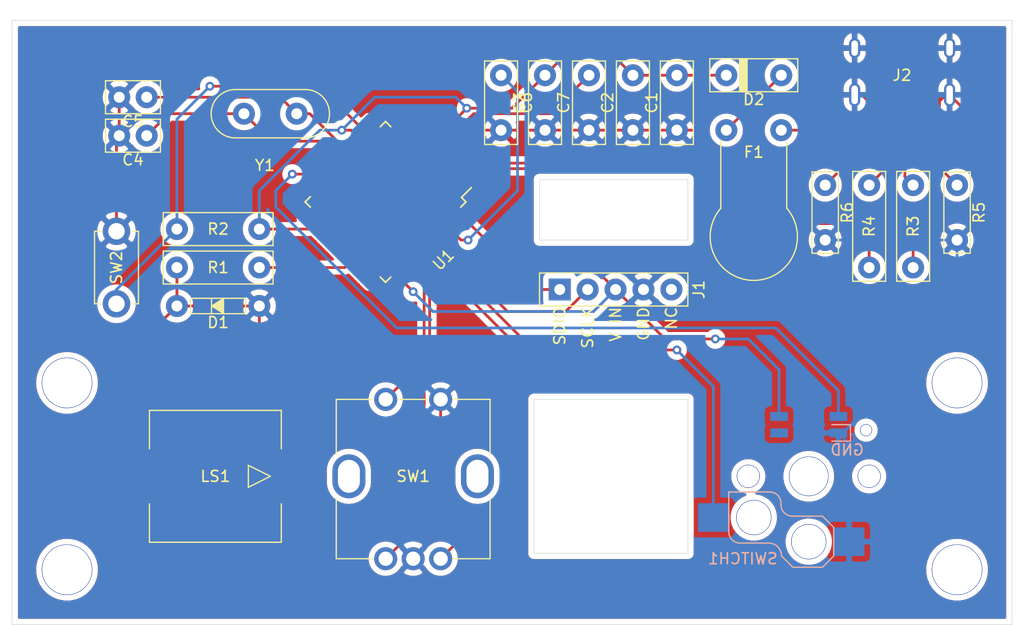
<source format=kicad_pcb>
(kicad_pcb (version 20171130) (host pcbnew "(5.1.6)-1")
  (layers (0 F.Cu signal) (31 B.Cu signal) (34 B.Paste user) (35 F.Paste user) (36 B.SilkS user) (37 F.SilkS user) (38 B.Mask user) (39 F.Mask user) (44 Edge.Cuts user))
  (net 0 "")
  (net 1 VCC)
  (net 2 GND)
  (net 3 XTAL1)
  (net 4 XTAL2)
  (net 5 "Net-(C6-Pad2)")
  (net 6 "Net-(C7-Pad1)")
  (net 7 "Net-(D1-Pad1)")
  (net 8 "Net-(D2-Pad2)")
  (net 9 "Net-(F1-Pad2)")
  (net 10 "Net-(J1-PadNC)")
  (net 11 "Net-(J2-PadA7)")
  (net 12 "Net-(J2-PadB5)")
  (net 13 "Net-(J2-PadA6)")
  (net 14 "Net-(J2-PadA5)")
  (net 15 AUDIO)
  (net 16 RESET)
  (net 17 D+)
  (net 18 D-)
  (net 19 ENCODER_B)
  (net 20 ENCODER_A)
  (net 21 SWITCH_2)
  (net 22 SWITCH_1)
  (net 23 "Net-(SWITCH1-Pad2)")
  (net 24 LED)
  (net 25 "Net-(U1-Pad1)")
  (net 26 "Net-(U1-Pad8)")
  (net 27 "Net-(U1-Pad9)")
  (net 28 "Net-(U1-Pad10)")
  (net 29 "Net-(U1-Pad11)")
  (net 30 "Net-(U1-Pad12)")
  (net 31 "Net-(U1-Pad20)")
  (net 32 "Net-(U1-Pad22)")
  (net 33 "Net-(U1-Pad27)")
  (net 34 "Net-(U1-Pad31)")
  (net 35 "Net-(U1-Pad32)")
  (net 36 "Net-(U1-Pad33)")
  (net 37 SDIO)
  (net 38 SCLK)
  (net 39 "Net-(U1-Pad18)")
  (net 40 "Net-(U1-Pad19)")
  (net 41 "Net-(U1-Pad25)")
  (net 42 "Net-(U1-Pad26)")
  (net 43 "Net-(U1-Pad28)")
  (net 44 "Net-(U1-Pad29)")
  (module tres:hole_m2_spacer (layer F.Cu) (at 89 103)
    (fp_text reference REF** hide)
    (fp_text value hole_m2_spacer)
    (pad "" np_thru_hole circle (at 0 0) (size 4.6 4.6) (drill 4.5) (layers *.Cu *.Mask))
  )
  (module tres:hole_m2_spacer (layer F.Cu) (at 89 120)
    (fp_text reference REF** hide)
    (fp_text value hole_m2_spacer)
    (pad "" np_thru_hole circle (at 0 0) (size 4.6 4.6) (drill 4.5) (layers *.Cu *.Mask))
  )
  (module tres:hole_m2_spacer (layer F.Cu) (at 170 120)
    (fp_text reference REF** hide)
    (fp_text value hole_m2_spacer)
    (pad "" np_thru_hole circle (at 0 0) (size 4.6 4.6) (drill 4.5) (layers *.Cu *.Mask))
  )
  (module tres:hole_m2_spacer (layer F.Cu) (at 170 103)
    (fp_text reference REF** hide)
    (fp_text value hole_m2_spacer)
    (pad "" np_thru_hole circle (at 0 0) (size 4.6 4.6) (drill 4.5) (layers *.Cu *.Mask))
  )
  (module tres:kailh_choc_socket_w_sk6812mini-e_A (layer B.Cu) (at 156.5 111.5 180)
    (fp_text reference SWITCH1 (at 6 -7.5) (layer B.SilkS) (effects (justify mirror)))
    (fp_text value SW_SK6812MINI_E)
    (fp_line (start -3.8 3.2) (end -2.1 3.2) (layer B.SilkS) (width 0.12))
    (fp_line (start -3.8 4.7) (end -3.8 3.2) (layer B.SilkS) (width 0.12))
    (fp_line (start -2.1 4.7) (end -3.8 4.7) (layer B.SilkS) (width 0.12))
    (fp_line (start 7.275 -1.425) (end 3.55 -1.425) (layer B.SilkS) (width 0.12))
    (fp_line (start -2.275 -4.65) (end -2.275 -7.25) (layer B.SilkS) (width 0.12))
    (fp_line (start -1.25 -8.275) (end 1.45 -8.275) (layer B.SilkS) (width 0.12))
    (fp_line (start -1.25 -3.625) (end 1.5 -3.625) (layer B.SilkS) (width 0.12))
    (fp_line (start 7.275 -1.425) (end 7.275 -5.05) (layer B.SilkS) (width 0.12))
    (fp_line (start 6.25 -6.075) (end 3.65 -6.075) (layer B.SilkS) (width 0.12))
    (fp_line (start -1.25 -3.625) (end -2.275 -4.65) (layer B.SilkS) (width 0.12))
    (fp_line (start -1.25 -8.275) (end -2.275 -7.25) (layer B.SilkS) (width 0.12))
    (fp_line (start 2.525 -2.45) (end 2.525 -2.6) (layer B.SilkS) (width 0.12))
    (fp_line (start 1.45 -8.275) (end 2.475 -7.25) (layer B.SilkS) (width 0.12))
    (fp_text user GND (at -3.5 2.4) (layer B.SilkS) (effects (justify mirror)))
    (fp_arc (start 3.55 -2.45) (end 3.55 -1.425) (angle 90) (layer B.SilkS) (width 0.12))
    (fp_arc (start 1.5 -2.6) (end 1.5 -3.625) (angle 90) (layer B.SilkS) (width 0.12))
    (fp_arc (start 3.65 -7.25) (end 3.65 -6.075) (angle 90) (layer B.SilkS) (width 0.12))
    (fp_arc (start 6.25 -5.05) (end 6.25 -6.075) (angle 90) (layer B.SilkS) (width 0.12))
    (pad 4 smd rect (at -2.7 5.45) (size 1.6 0.82) (layers B.Cu B.Paste B.Mask) (net 24 LED))
    (pad 3 smd rect (at -2.7 3.95) (size 1.6 0.82) (layers B.Cu B.Paste B.Mask) (net 2 GND))
    (pad 2 smd rect (at 2.7 3.95) (size 1.6 0.82) (layers B.Cu B.Paste B.Mask) (net 23 "Net-(SWITCH1-Pad2)"))
    (pad 1 smd rect (at 2.7 5.45) (size 1.6 0.82) (layers B.Cu B.Paste B.Mask) (net 1 VCC))
    (pad 6 smd rect (at 8.675 -3.75 180) (size 2.8 2.6) (layers B.Cu B.Paste B.Mask) (net 22 SWITCH_1))
    (pad 5 smd rect (at -3.675 -5.95 180) (size 2.8 2.6) (layers B.Cu B.Paste B.Mask) (net 2 GND))
    (pad "" np_thru_hole circle (at -5.22 4.2 180) (size 1.1 1.1) (drill 1) (layers *.Cu *.Mask))
    (pad "" np_thru_hole circle (at 0 0 180) (size 3.6 3.6) (drill 3.5) (layers *.Cu *.Mask))
    (pad "" np_thru_hole circle (at 5.5 0 180) (size 2.1 2.1) (drill 2) (layers *.Cu *.Mask))
    (pad "" np_thru_hole circle (at -5.5 0 180) (size 2.1 2.1) (drill 2) (layers *.Cu *.Mask))
    (pad "" np_thru_hole circle (at 0 -5.95 180) (size 3.2 3.2) (drill 3.1) (layers *.Cu *.Mask))
    (pad "" np_thru_hole circle (at 5 -3.75 180) (size 3.2 3.2) (drill 3.1) (layers *.Cu *.Mask))
  )
  (module tres:capacitor_th_5.0mm (layer F.Cu) (at 144.5 77.5 90)
    (fp_text reference C1 (at 0 -2.3 90) (layer F.SilkS))
    (fp_text value 10uF)
    (fp_line (start -3.8 1.5) (end -3.8 -1.5) (layer F.SilkS) (width 0.12))
    (fp_line (start 3.8 1.5) (end -3.8 1.5) (layer F.SilkS) (width 0.12))
    (fp_line (start 3.8 -1.5) (end 3.8 1.5) (layer F.SilkS) (width 0.12))
    (fp_line (start -3.8 -1.5) (end 3.8 -1.5) (layer F.SilkS) (width 0.12))
    (pad 1 thru_hole circle (at 2.5 0 90) (size 2 2) (drill 1) (layers *.Cu *.Mask) (net 1 VCC))
    (pad 2 thru_hole circle (at -2.5 0 90) (size 2 2) (drill 1) (layers *.Cu *.Mask) (net 2 GND))
  )
  (module tres:capacitor_th_5.0mm (layer F.Cu) (at 140.5 77.5 90)
    (fp_text reference C2 (at 0 -2.3 90) (layer F.SilkS))
    (fp_text value 1uF)
    (fp_line (start -3.8 1.5) (end -3.8 -1.5) (layer F.SilkS) (width 0.12))
    (fp_line (start 3.8 1.5) (end -3.8 1.5) (layer F.SilkS) (width 0.12))
    (fp_line (start 3.8 -1.5) (end 3.8 1.5) (layer F.SilkS) (width 0.12))
    (fp_line (start -3.8 -1.5) (end 3.8 -1.5) (layer F.SilkS) (width 0.12))
    (pad 1 thru_hole circle (at 2.5 0 90) (size 2 2) (drill 1) (layers *.Cu *.Mask) (net 1 VCC))
    (pad 2 thru_hole circle (at -2.5 0 90) (size 2 2) (drill 1) (layers *.Cu *.Mask) (net 2 GND))
  )
  (module tres:capacitor_th_5.0mm (layer F.Cu) (at 132.5 77.5 90)
    (fp_text reference C3 (at 0 -2.3 90) (layer F.SilkS))
    (fp_text value 0.1uF)
    (fp_line (start -3.8 -1.5) (end 3.8 -1.5) (layer F.SilkS) (width 0.12))
    (fp_line (start 3.8 -1.5) (end 3.8 1.5) (layer F.SilkS) (width 0.12))
    (fp_line (start 3.8 1.5) (end -3.8 1.5) (layer F.SilkS) (width 0.12))
    (fp_line (start -3.8 1.5) (end -3.8 -1.5) (layer F.SilkS) (width 0.12))
    (pad 2 thru_hole circle (at -2.5 0 90) (size 2 2) (drill 1) (layers *.Cu *.Mask) (net 2 GND))
    (pad 1 thru_hole circle (at 2.5 0 90) (size 2 2) (drill 1) (layers *.Cu *.Mask) (net 1 VCC))
  )
  (module tres:capacitor_th_2.5mm (layer F.Cu) (at 95 80.5 180)
    (fp_text reference C4 (at 0 -2.2) (layer F.SilkS))
    (fp_text value 22p)
    (fp_line (start -2.5 -1.5) (end -2.5 1.5) (layer F.SilkS) (width 0.12))
    (fp_line (start -2.5 1.5) (end 2.5 1.5) (layer F.SilkS) (width 0.12))
    (fp_line (start 2.5 1.5) (end 2.5 -1.5) (layer F.SilkS) (width 0.12))
    (fp_line (start 2.5 -1.5) (end -2.5 -1.5) (layer F.SilkS) (width 0.12))
    (pad 2 thru_hole circle (at -1.25 0 180) (size 2 2) (drill 1) (layers *.Cu *.Mask) (net 3 XTAL1))
    (pad 1 thru_hole circle (at 1.25 0 180) (size 2 2) (drill 1) (layers *.Cu *.Mask) (net 2 GND))
  )
  (module tres:capacitor_th_2.5mm (layer F.Cu) (at 95 77 180)
    (fp_text reference C5 (at 0 -2.2) (layer F.SilkS))
    (fp_text value 22p)
    (fp_line (start 2.5 -1.5) (end -2.5 -1.5) (layer F.SilkS) (width 0.12))
    (fp_line (start 2.5 1.5) (end 2.5 -1.5) (layer F.SilkS) (width 0.12))
    (fp_line (start -2.5 1.5) (end 2.5 1.5) (layer F.SilkS) (width 0.12))
    (fp_line (start -2.5 -1.5) (end -2.5 1.5) (layer F.SilkS) (width 0.12))
    (pad 1 thru_hole circle (at 1.25 0 180) (size 2 2) (drill 1) (layers *.Cu *.Mask) (net 2 GND))
    (pad 2 thru_hole circle (at -1.25 0 180) (size 2 2) (drill 1) (layers *.Cu *.Mask) (net 4 XTAL2))
  )
  (module tres:capacitor_th_5.0mm (layer F.Cu) (at 128.5 77.5 270)
    (fp_text reference C6 (at 0 -2.3 90) (layer F.SilkS))
    (fp_text value 0.1uF)
    (fp_line (start -3.8 -1.5) (end 3.8 -1.5) (layer F.SilkS) (width 0.12))
    (fp_line (start 3.8 -1.5) (end 3.8 1.5) (layer F.SilkS) (width 0.12))
    (fp_line (start 3.8 1.5) (end -3.8 1.5) (layer F.SilkS) (width 0.12))
    (fp_line (start -3.8 1.5) (end -3.8 -1.5) (layer F.SilkS) (width 0.12))
    (pad 2 thru_hole circle (at -2.5 0 270) (size 2 2) (drill 1) (layers *.Cu *.Mask) (net 5 "Net-(C6-Pad2)"))
    (pad 1 thru_hole circle (at 2.5 0 270) (size 2 2) (drill 1) (layers *.Cu *.Mask) (net 2 GND))
  )
  (module tres:capacitor_th_5.0mm (layer F.Cu) (at 136.5 77.5 90)
    (fp_text reference C7 (at 0 -2.3 90) (layer F.SilkS))
    (fp_text value 1uF)
    (fp_line (start -3.8 1.5) (end -3.8 -1.5) (layer F.SilkS) (width 0.12))
    (fp_line (start 3.8 1.5) (end -3.8 1.5) (layer F.SilkS) (width 0.12))
    (fp_line (start 3.8 -1.5) (end 3.8 1.5) (layer F.SilkS) (width 0.12))
    (fp_line (start -3.8 -1.5) (end 3.8 -1.5) (layer F.SilkS) (width 0.12))
    (pad 1 thru_hole circle (at 2.5 0 90) (size 2 2) (drill 1) (layers *.Cu *.Mask) (net 6 "Net-(C7-Pad1)"))
    (pad 2 thru_hole circle (at -2.5 0 90) (size 2 2) (drill 1) (layers *.Cu *.Mask) (net 2 GND))
  )
  (module tres:D_1N4148W_SMD_SH (layer F.Cu) (at 102.75 96 180)
    (fp_text reference D1 (at 0 -1.5) (layer F.SilkS))
    (fp_text value D)
    (fp_line (start -2.5 -0.7) (end 2.5 -0.7) (layer F.SilkS) (width 0.12))
    (fp_line (start -2.5 0.7) (end -2.5 -0.7) (layer F.SilkS) (width 0.12))
    (fp_line (start 2.5 0.7) (end -2.5 0.7) (layer F.SilkS) (width 0.12))
    (fp_line (start 2.5 -0.7) (end 2.5 0.7) (layer F.SilkS) (width 0.12))
    (fp_line (start 0.6 -0.7) (end 0.6 0.7) (layer F.SilkS) (width 0.12))
    (fp_poly (pts (xy 0.6 0) (xy -0.5 0.7) (xy -0.5 -0.7)) (layer F.SilkS) (width 0.1))
    (pad 2 thru_hole circle (at -3.75 0 180) (size 2 2) (drill 1) (layers *.Cu *.Mask) (net 2 GND))
    (pad 1 thru_hole circle (at 3.75 0 180) (size 2 2) (drill 1) (layers *.Cu *.Mask) (net 7 "Net-(D1-Pad1)"))
    (pad 2 smd rect (at -1.7 0 180) (size 1.2 1) (layers F.Cu F.Paste F.Mask) (net 2 GND))
    (pad 1 smd rect (at 1.7 0 180) (size 1.2 1) (layers F.Cu F.Paste F.Mask) (net 7 "Net-(D1-Pad1)"))
  )
  (module tres:schottky_barrier_diode (layer F.Cu) (at 151.5 75 180)
    (fp_text reference D2 (at 0 -2.2) (layer F.SilkS))
    (fp_text value RB161MM20)
    (fp_poly (pts (xy 1.3 1.5) (xy 0.6 1.5) (xy 0.6 -1.5) (xy 1.3 -1.5)) (layer F.SilkS) (width 0.1))
    (fp_line (start -4 -1.5) (end -4 1.5) (layer F.SilkS) (width 0.12))
    (fp_line (start -4 1.5) (end 4 1.5) (layer F.SilkS) (width 0.12))
    (fp_line (start 4 1.5) (end 4 -1.5) (layer F.SilkS) (width 0.12))
    (fp_line (start 4 -1.5) (end -4 -1.5) (layer F.SilkS) (width 0.12))
    (pad 1 thru_hole circle (at 2.5 0 180) (size 2 2) (drill 1) (layers *.Cu *.Mask) (net 1 VCC))
    (pad 2 thru_hole circle (at -2.5 0 180) (size 2 2) (drill 1) (layers *.Cu *.Mask) (net 8 "Net-(D2-Pad2)"))
  )
  (module tres:resettable_fuse_RXEF050 (layer F.Cu) (at 151.5 80 180)
    (fp_text reference F1 (at 0 -2) (layer F.SilkS))
    (fp_text value 500mA)
    (fp_line (start 3 -1) (end 3 -7.1) (layer F.SilkS) (width 0.12))
    (fp_line (start -3 -1) (end -2.999999 -7.100001) (layer F.SilkS) (width 0.12))
    (fp_arc (start 0 -9.7) (end 2.999999 -7.100001) (angle -261.8287664) (layer F.SilkS) (width 0.12))
    (pad 1 thru_hole circle (at 2.5 0 180) (size 2 2) (drill 1) (layers *.Cu *.Mask) (net 8 "Net-(D2-Pad2)"))
    (pad 2 thru_hole circle (at -2.5 0 180) (size 2 2) (drill 1) (layers *.Cu *.Mask) (net 9 "Net-(F1-Pad2)"))
  )
  (module tres:U2CF8PA_usb_type_c_receptacle (layer F.Cu) (at 165 70 180)
    (fp_text reference J2 (at 0.01 -5) (layer F.SilkS))
    (fp_text value USB_C_Receptacle_USB2.0)
    (pad A7 smd rect (at 0.25 -7.41 180) (size 0.35 0.94) (layers F.Cu F.Paste F.Mask) (net 11 "Net-(J2-PadA7)"))
    (pad B5 smd rect (at 1.75 -7.41 180) (size 0.35 0.94) (layers F.Cu F.Paste F.Mask) (net 12 "Net-(J2-PadB5)"))
    (pad A9 smd rect (at 2.25 -7.41 180) (size 0.35 0.94) (layers F.Cu F.Paste F.Mask) (net 9 "Net-(F1-Pad2)"))
    (pad A12 smd rect (at 3.05 -7.41 180) (size 0.35 0.94) (layers F.Cu F.Paste F.Mask) (net 2 GND))
    (pad S1 thru_hole oval (at 4.32 -2.53 180) (size 1 1.8) (drill oval 0.6 1.4) (layers *.Cu *.Mask) (net 2 GND))
    (pad S1 thru_hole oval (at 4.32 -6.78 180) (size 1 2.1) (drill oval 0.6 1.7) (layers *.Cu *.Mask) (net 2 GND))
    (pad A6 smd rect (at -0.25 -7.41 180) (size 0.35 0.94) (layers F.Cu F.Paste F.Mask) (net 13 "Net-(J2-PadA6)"))
    (pad A5 smd rect (at -1.25 -7.41 180) (size 0.35 0.94) (layers F.Cu F.Paste F.Mask) (net 14 "Net-(J2-PadA5)"))
    (pad B9 smd rect (at -2.55 -7.41 180) (size 0.35 0.94) (layers F.Cu F.Paste F.Mask) (net 9 "Net-(F1-Pad2)"))
    (pad B12 smd rect (at -3.35 -7.41 180) (size 0.35 0.94) (layers F.Cu F.Paste F.Mask) (net 2 GND))
    (pad S1 thru_hole oval (at -4.32 -6.78 180) (size 1 2.1) (drill oval 0.6 1.7) (layers *.Cu *.Mask) (net 2 GND))
    (pad S1 thru_hole oval (at -4.32 -2.53 180) (size 1 1.8) (drill oval 0.6 1.4) (layers *.Cu *.Mask) (net 2 GND))
  )
  (module tres:Speaker_PKLCS1212E4001-R1 (layer F.Cu) (at 102.5 111.5)
    (fp_text reference LS1 (at 0 0) (layer F.SilkS))
    (fp_text value Speaker)
    (fp_line (start -6 6) (end -6 2.5) (layer F.SilkS) (width 0.12))
    (fp_line (start 6 6) (end -6 6) (layer F.SilkS) (width 0.12))
    (fp_line (start 6 2.5) (end 6 6) (layer F.SilkS) (width 0.12))
    (fp_line (start 6 -6) (end 6 -2.5) (layer F.SilkS) (width 0.12))
    (fp_line (start -6 -6) (end 6 -6) (layer F.SilkS) (width 0.12))
    (fp_line (start -6 -2.5) (end -6 -6) (layer F.SilkS) (width 0.12))
    (fp_line (start 3 -1) (end 3 1) (layer F.SilkS) (width 0.12))
    (fp_line (start 3 1) (end 5 0) (layer F.SilkS) (width 0.12))
    (fp_line (start 5 0) (end 3 -1) (layer F.SilkS) (width 0.12))
    (pad 1 smd rect (at 6.5 0) (size 1.5 4) (layers F.Cu F.Paste F.Mask) (net 2 GND))
    (pad 2 smd rect (at -6.5 0) (size 1.5 4) (layers F.Cu F.Paste F.Mask) (net 7 "Net-(D1-Pad1)"))
  )
  (module tres:resister_th_7.5mm (layer F.Cu) (at 102.75 92.5)
    (fp_text reference R1 (at 0 0) (layer F.SilkS))
    (fp_text value 1k)
    (fp_line (start -5 1.5) (end 5 1.5) (layer F.SilkS) (width 0.12))
    (fp_line (start -5 -1.5) (end 5 -1.5) (layer F.SilkS) (width 0.12))
    (fp_line (start -5 -1.5) (end -5 1.5) (layer F.SilkS) (width 0.12))
    (fp_line (start 5 -1.5) (end 5 1.5) (layer F.SilkS) (width 0.12))
    (pad 2 thru_hole circle (at -3.75 0) (size 2 2) (drill 1) (layers *.Cu *.Mask) (net 7 "Net-(D1-Pad1)"))
    (pad 1 thru_hole circle (at 3.75 0) (size 2 2) (drill 1) (layers *.Cu *.Mask) (net 15 AUDIO))
  )
  (module tres:resister_th_7.5mm (layer F.Cu) (at 102.75 89)
    (fp_text reference R2 (at 0 0) (layer F.SilkS))
    (fp_text value 10k)
    (fp_line (start 5 -1.5) (end 5 1.5) (layer F.SilkS) (width 0.12))
    (fp_line (start -5 -1.5) (end -5 1.5) (layer F.SilkS) (width 0.12))
    (fp_line (start -5 -1.5) (end 5 -1.5) (layer F.SilkS) (width 0.12))
    (fp_line (start -5 1.5) (end 5 1.5) (layer F.SilkS) (width 0.12))
    (pad 1 thru_hole circle (at 3.75 0) (size 2 2) (drill 1) (layers *.Cu *.Mask) (net 1 VCC))
    (pad 2 thru_hole circle (at -3.75 0) (size 2 2) (drill 1) (layers *.Cu *.Mask) (net 16 RESET))
  )
  (module tres:resister_th_7.5mm (layer F.Cu) (at 166 88.75 270)
    (fp_text reference R3 (at 0 0 90) (layer F.SilkS))
    (fp_text value 22)
    (fp_line (start 5 -1.5) (end 5 1.5) (layer F.SilkS) (width 0.12))
    (fp_line (start -5 -1.5) (end -5 1.5) (layer F.SilkS) (width 0.12))
    (fp_line (start -5 -1.5) (end 5 -1.5) (layer F.SilkS) (width 0.12))
    (fp_line (start -5 1.5) (end 5 1.5) (layer F.SilkS) (width 0.12))
    (pad 1 thru_hole circle (at 3.75 0 270) (size 2 2) (drill 1) (layers *.Cu *.Mask) (net 17 D+))
    (pad 2 thru_hole circle (at -3.75 0 270) (size 2 2) (drill 1) (layers *.Cu *.Mask) (net 13 "Net-(J2-PadA6)"))
  )
  (module tres:resister_th_7.5mm (layer F.Cu) (at 162 88.75 90)
    (fp_text reference R4 (at 0 0 90) (layer F.SilkS))
    (fp_text value 22)
    (fp_line (start -5 1.5) (end 5 1.5) (layer F.SilkS) (width 0.12))
    (fp_line (start -5 -1.5) (end 5 -1.5) (layer F.SilkS) (width 0.12))
    (fp_line (start -5 -1.5) (end -5 1.5) (layer F.SilkS) (width 0.12))
    (fp_line (start 5 -1.5) (end 5 1.5) (layer F.SilkS) (width 0.12))
    (pad 2 thru_hole circle (at -3.75 0 90) (size 2 2) (drill 1) (layers *.Cu *.Mask) (net 18 D-))
    (pad 1 thru_hole circle (at 3.75 0 90) (size 2 2) (drill 1) (layers *.Cu *.Mask) (net 11 "Net-(J2-PadA7)"))
  )
  (module tres:resister_th_5.0mm (layer F.Cu) (at 170 87.5 270)
    (fp_text reference R5 (at 0 -2 90) (layer F.SilkS))
    (fp_text value 5.1k)
    (fp_line (start -3.7 -1.2) (end 3.7 -1.2) (layer F.SilkS) (width 0.12))
    (fp_line (start 3.7 -1.2) (end 3.7 1.2) (layer F.SilkS) (width 0.12))
    (fp_line (start 3.7 1.2) (end -3.7 1.2) (layer F.SilkS) (width 0.12))
    (fp_line (start -3.7 1.2) (end -3.7 -1.2) (layer F.SilkS) (width 0.12))
    (pad 2 thru_hole circle (at -2.5 0 270) (size 2 2) (drill 1) (layers *.Cu *.Mask) (net 14 "Net-(J2-PadA5)"))
    (pad 1 thru_hole circle (at 2.5 0 270) (size 2 2) (drill 1) (layers *.Cu *.Mask) (net 2 GND))
  )
  (module tres:resister_th_5.0mm (layer F.Cu) (at 158 87.5 270)
    (fp_text reference R6 (at 0 -2 90) (layer F.SilkS))
    (fp_text value 5.1k)
    (fp_line (start -3.7 1.2) (end -3.7 -1.2) (layer F.SilkS) (width 0.12))
    (fp_line (start 3.7 1.2) (end -3.7 1.2) (layer F.SilkS) (width 0.12))
    (fp_line (start 3.7 -1.2) (end 3.7 1.2) (layer F.SilkS) (width 0.12))
    (fp_line (start -3.7 -1.2) (end 3.7 -1.2) (layer F.SilkS) (width 0.12))
    (pad 1 thru_hole circle (at 2.5 0 270) (size 2 2) (drill 1) (layers *.Cu *.Mask) (net 2 GND))
    (pad 2 thru_hole circle (at -2.5 0 270) (size 2 2) (drill 1) (layers *.Cu *.Mask) (net 12 "Net-(J2-PadB5)"))
  )
  (module tres:Rotary_encoder_EC12 (layer F.Cu) (at 120.5 111.5)
    (fp_text reference SW1 (at 0 0) (layer F.SilkS))
    (fp_text value Rotary_Encoder_Switch)
    (fp_line (start -7 7.5) (end -3.7 7.5) (layer F.SilkS) (width 0.12))
    (fp_line (start -7 2) (end -7 7.5) (layer F.SilkS) (width 0.12))
    (fp_line (start 7 7.5) (end 3.7 7.5) (layer F.SilkS) (width 0.12))
    (fp_line (start 7 2) (end 7 7.5) (layer F.SilkS) (width 0.12))
    (fp_line (start 7 -7) (end 7 -2) (layer F.SilkS) (width 0.12))
    (fp_line (start 3.7 -7) (end 7 -7) (layer F.SilkS) (width 0.12))
    (fp_line (start -1.3 -7) (end 1.3 -7) (layer F.SilkS) (width 0.12))
    (fp_line (start -7 -7) (end -7 -2) (layer F.SilkS) (width 0.12))
    (fp_line (start -3.7 -7) (end -7 -7) (layer F.SilkS) (width 0.12))
    (pad C thru_hole circle (at 0 7.5) (size 2.1 2.1) (drill 1.3) (layers *.Cu *.Mask) (net 2 GND))
    (pad B thru_hole circle (at 2.5 7.5) (size 2.1 2.1) (drill 1.3) (layers *.Cu *.Mask) (net 19 ENCODER_B))
    (pad A thru_hole circle (at -2.5 7.5) (size 2.1 2.1) (drill 1.3) (layers *.Cu *.Mask) (net 20 ENCODER_A))
    (pad S2 thru_hole circle (at 2.5 -7) (size 2.1 2.1) (drill 1.3) (layers *.Cu *.Mask) (net 2 GND))
    (pad S1 thru_hole circle (at -2.5 -7) (size 2.1 2.1) (drill 1.3) (layers *.Cu *.Mask) (net 21 SWITCH_2))
    (pad "" thru_hole oval (at 5.85 0) (size 3 4) (drill oval 2 3) (layers *.Cu *.Mask))
    (pad "" thru_hole oval (at -5.85 0) (size 3 4) (drill oval 2 3) (layers *.Cu *.Mask))
  )
  (module tres:tact_sw_TVBP06-BN043CB-B (layer F.Cu) (at 93.5 92.5 90)
    (fp_text reference SW2 (at 0 0 90) (layer F.SilkS))
    (fp_text value SW_Push)
    (fp_line (start 3.3 -2) (end -3.3 -2) (layer F.SilkS) (width 0.12))
    (fp_line (start 3.3 2) (end -3.3 2) (layer F.SilkS) (width 0.12))
    (fp_line (start 3.3 -2) (end 3.3 -1.4) (layer F.SilkS) (width 0.12))
    (fp_line (start 3.3 2) (end 3.3 1.5) (layer F.SilkS) (width 0.12))
    (fp_line (start -3.3 2) (end -3.3 1.5) (layer F.SilkS) (width 0.12))
    (fp_line (start -3.3 -2) (end -3.3 -1.5) (layer F.SilkS) (width 0.12))
    (pad 1 thru_hole circle (at 3.3 0 90) (size 2.5 2.5) (drill 1.5) (layers *.Cu *.Mask) (net 2 GND))
    (pad 2 thru_hole circle (at -3.3 0 90) (size 2.5 2.5) (drill 1.5) (layers *.Cu *.Mask) (net 16 RESET))
  )
  (module Package_QFP:TQFP-44_10x10mm_P0.8mm (layer F.Cu) (at 117.985046 86.526295 225)
    (fp_text reference U1 (at 0 -7.45 45) (layer F.SilkS))
    (fp_text value ATmega32U4-AU)
    (fp_line (start -5.175 -5.175) (end -5.175 -4.6) (layer F.SilkS) (width 0.15))
    (fp_line (start 5.175 -5.175) (end 5.175 -4.5) (layer F.SilkS) (width 0.15))
    (fp_line (start 5.175 5.175) (end 5.175 4.5) (layer F.SilkS) (width 0.15))
    (fp_line (start -5.175 5.175) (end -5.175 4.5) (layer F.SilkS) (width 0.15))
    (fp_line (start -5.175 -5.175) (end -4.5 -5.175) (layer F.SilkS) (width 0.15))
    (fp_line (start -5.175 5.175) (end -4.5 5.175) (layer F.SilkS) (width 0.15))
    (fp_line (start 5.175 5.175) (end 4.5 5.175) (layer F.SilkS) (width 0.15))
    (fp_line (start 5.175 -5.175) (end 4.5 -5.175) (layer F.SilkS) (width 0.15))
    (fp_line (start -5.175 -4.6) (end -6.45 -4.6) (layer F.SilkS) (width 0.15))
    (pad 1 smd rect (at -5.7 -4 225) (size 1.5 0.55) (layers F.Cu F.Paste F.Mask) (net 25 "Net-(U1-Pad1)"))
    (pad 2 smd rect (at -5.7 -3.2 225) (size 1.5 0.55) (layers F.Cu F.Paste F.Mask) (net 1 VCC))
    (pad 3 smd rect (at -5.7 -2.4 225) (size 1.5 0.55) (layers F.Cu F.Paste F.Mask) (net 18 D-))
    (pad 4 smd rect (at -5.7 -1.6 225) (size 1.5 0.55) (layers F.Cu F.Paste F.Mask) (net 17 D+))
    (pad 5 smd rect (at -5.7 -0.8 225) (size 1.5 0.55) (layers F.Cu F.Paste F.Mask) (net 2 GND))
    (pad 6 smd rect (at -5.7 0 225) (size 1.5 0.55) (layers F.Cu F.Paste F.Mask) (net 6 "Net-(C7-Pad1)"))
    (pad 7 smd rect (at -5.7 0.8 225) (size 1.5 0.55) (layers F.Cu F.Paste F.Mask) (net 1 VCC))
    (pad 8 smd rect (at -5.7 1.6 225) (size 1.5 0.55) (layers F.Cu F.Paste F.Mask) (net 26 "Net-(U1-Pad8)"))
    (pad 9 smd rect (at -5.7 2.4 225) (size 1.5 0.55) (layers F.Cu F.Paste F.Mask) (net 27 "Net-(U1-Pad9)"))
    (pad 10 smd rect (at -5.7 3.2 225) (size 1.5 0.55) (layers F.Cu F.Paste F.Mask) (net 28 "Net-(U1-Pad10)"))
    (pad 11 smd rect (at -5.7 4 225) (size 1.5 0.55) (layers F.Cu F.Paste F.Mask) (net 29 "Net-(U1-Pad11)"))
    (pad 12 smd rect (at -4 5.7 315) (size 1.5 0.55) (layers F.Cu F.Paste F.Mask) (net 30 "Net-(U1-Pad12)"))
    (pad 13 smd rect (at -3.2 5.7 315) (size 1.5 0.55) (layers F.Cu F.Paste F.Mask) (net 16 RESET))
    (pad 14 smd rect (at -2.4 5.7 315) (size 1.5 0.55) (layers F.Cu F.Paste F.Mask) (net 1 VCC))
    (pad 15 smd rect (at -1.6 5.7 315) (size 1.5 0.55) (layers F.Cu F.Paste F.Mask) (net 2 GND))
    (pad 16 smd rect (at -0.8 5.7 315) (size 1.5 0.55) (layers F.Cu F.Paste F.Mask) (net 4 XTAL2))
    (pad 17 smd rect (at 0 5.7 315) (size 1.5 0.55) (layers F.Cu F.Paste F.Mask) (net 3 XTAL1))
    (pad 18 smd rect (at 0.8 5.7 315) (size 1.5 0.55) (layers F.Cu F.Paste F.Mask) (net 39 "Net-(U1-Pad18)"))
    (pad 19 smd rect (at 1.6 5.7 315) (size 1.5 0.55) (layers F.Cu F.Paste F.Mask) (net 40 "Net-(U1-Pad19)"))
    (pad 20 smd rect (at 2.4 5.7 315) (size 1.5 0.55) (layers F.Cu F.Paste F.Mask) (net 31 "Net-(U1-Pad20)"))
    (pad 21 smd rect (at 3.2 5.7 315) (size 1.5 0.55) (layers F.Cu F.Paste F.Mask) (net 24 LED))
    (pad 22 smd rect (at 4 5.7 315) (size 1.5 0.55) (layers F.Cu F.Paste F.Mask) (net 32 "Net-(U1-Pad22)"))
    (pad 23 smd rect (at 5.7 4 225) (size 1.5 0.55) (layers F.Cu F.Paste F.Mask) (net 2 GND))
    (pad 24 smd rect (at 5.7 3.2 225) (size 1.5 0.55) (layers F.Cu F.Paste F.Mask) (net 1 VCC))
    (pad 25 smd rect (at 5.7 2.4 225) (size 1.5 0.55) (layers F.Cu F.Paste F.Mask) (net 41 "Net-(U1-Pad25)"))
    (pad 26 smd rect (at 5.7 1.6 225) (size 1.5 0.55) (layers F.Cu F.Paste F.Mask) (net 42 "Net-(U1-Pad26)"))
    (pad 27 smd rect (at 5.7 0.8 225) (size 1.5 0.55) (layers F.Cu F.Paste F.Mask) (net 33 "Net-(U1-Pad27)"))
    (pad 28 smd rect (at 5.7 0 225) (size 1.5 0.55) (layers F.Cu F.Paste F.Mask) (net 43 "Net-(U1-Pad28)"))
    (pad 29 smd rect (at 5.7 -0.8 225) (size 1.5 0.55) (layers F.Cu F.Paste F.Mask) (net 44 "Net-(U1-Pad29)"))
    (pad 30 smd rect (at 5.7 -1.6 225) (size 1.5 0.55) (layers F.Cu F.Paste F.Mask) (net 15 AUDIO))
    (pad 31 smd rect (at 5.7 -2.4 225) (size 1.5 0.55) (layers F.Cu F.Paste F.Mask) (net 34 "Net-(U1-Pad31)"))
    (pad 32 smd rect (at 5.7 -3.2 225) (size 1.5 0.55) (layers F.Cu F.Paste F.Mask) (net 35 "Net-(U1-Pad32)"))
    (pad 33 smd rect (at 5.7 -4 225) (size 1.5 0.55) (layers F.Cu F.Paste F.Mask) (net 36 "Net-(U1-Pad33)"))
    (pad 34 smd rect (at 4 -5.7 315) (size 1.5 0.55) (layers F.Cu F.Paste F.Mask) (net 1 VCC))
    (pad 35 smd rect (at 3.2 -5.7 315) (size 1.5 0.55) (layers F.Cu F.Paste F.Mask) (net 2 GND))
    (pad 36 smd rect (at 2.4 -5.7 315) (size 1.5 0.55) (layers F.Cu F.Paste F.Mask) (net 21 SWITCH_2))
    (pad 37 smd rect (at 1.6 -5.7 315) (size 1.5 0.55) (layers F.Cu F.Paste F.Mask) (net 20 ENCODER_A))
    (pad 38 smd rect (at 0.8 -5.7 315) (size 1.5 0.55) (layers F.Cu F.Paste F.Mask) (net 19 ENCODER_B))
    (pad 39 smd rect (at 0 -5.7 315) (size 1.5 0.55) (layers F.Cu F.Paste F.Mask) (net 22 SWITCH_1))
    (pad 40 smd rect (at -0.8 -5.7 315) (size 1.5 0.55) (layers F.Cu F.Paste F.Mask) (net 38 SCLK))
    (pad 41 smd rect (at -1.6 -5.7 315) (size 1.5 0.55) (layers F.Cu F.Paste F.Mask) (net 37 SDIO))
    (pad 42 smd rect (at -2.4 -5.7 315) (size 1.5 0.55) (layers F.Cu F.Paste F.Mask) (net 5 "Net-(C6-Pad2)"))
    (pad 43 smd rect (at -3.2 -5.7 315) (size 1.5 0.55) (layers F.Cu F.Paste F.Mask) (net 2 GND))
    (pad 44 smd rect (at -4 -5.7 315) (size 1.5 0.55) (layers F.Cu F.Paste F.Mask) (net 1 VCC))
  )
  (module tres:Crystal_16Mhz_2pin (layer F.Cu) (at 107.5 78.5 180)
    (fp_text reference Y1 (at 0.5 -4.7) (layer F.SilkS))
    (fp_text value Crystal)
    (fp_line (start 3.2 2.2) (end -3.2 2.2) (layer F.SilkS) (width 0.12))
    (fp_line (start -3.2 -2.2) (end 3.2 -2.2) (layer F.SilkS) (width 0.12))
    (fp_arc (start 3.2 0) (end 3.2 2.2) (angle -180) (layer F.SilkS) (width 0.12))
    (fp_arc (start -3.2 0) (end -3.2 -2.2) (angle -180) (layer F.SilkS) (width 0.12))
    (pad 1 thru_hole circle (at 2.4 0 180) (size 2 2) (drill 1) (layers *.Cu *.Mask) (net 3 XTAL1))
    (pad 2 thru_hole circle (at -2.4 0 180) (size 2 2) (drill 1) (layers *.Cu *.Mask) (net 4 XTAL2))
  )
  (module tres:trackball_level_converter_rev (layer F.Cu) (at 144 94.5 180)
    (fp_text reference J1 (at -2.5 0 90) (layer F.SilkS))
    (fp_text value trackball_level_converter)
    (fp_line (start -1.5 1.5) (end 12 1.5) (layer F.SilkS) (width 0.12))
    (fp_line (start -1.5 1.5) (end -1.5 -1.5) (layer F.SilkS) (width 0.12))
    (fp_line (start 12 -1.5) (end 12 1.5) (layer F.SilkS) (width 0.12))
    (fp_line (start -1.5 -1.5) (end 12 -1.5) (layer F.SilkS) (width 0.12))
    (fp_text user SDIO (at 10.16 -1.5 90) (layer F.SilkS) (effects (justify right)))
    (fp_text user SCLK (at 7.62 -1.5 90) (layer F.SilkS) (effects (justify right)))
    (fp_text user "V IN" (at 5.08 -1.5 90) (layer F.SilkS) (effects (justify right)))
    (fp_text user GND (at 2.54 -1.5 90) (layer F.SilkS) (effects (justify right)))
    (fp_text user NC (at 0 -1.5 90) (layer F.SilkS) (effects (justify right)))
    (pad SDIO thru_hole rect (at 10.16 0 180) (size 2 2) (drill 1) (layers *.Cu *.Mask) (net 37 SDIO))
    (pad SCLK thru_hole circle (at 7.62 0 180) (size 2 2) (drill 1) (layers *.Cu *.Mask) (net 38 SCLK))
    (pad VIN thru_hole circle (at 5.08 0 180) (size 2 2) (drill 1) (layers *.Cu *.Mask) (net 1 VCC))
    (pad GND thru_hole circle (at 2.54 0 180) (size 2 2) (drill 1) (layers *.Cu *.Mask) (net 2 GND))
    (pad NC thru_hole circle (at 0 0 180) (size 2 2) (drill 1) (layers *.Cu *.Mask) (net 10 "Net-(J1-PadNC)"))
  )
  (gr_line (start 132 90) (end 132 84.5) (layer Edge.Cuts) (width 0.05))
  (gr_line (start 145.5 90) (end 132 90) (layer Edge.Cuts) (width 0.05))
  (gr_line (start 145.5 84.5) (end 145.5 90) (layer Edge.Cuts) (width 0.05))
  (gr_line (start 132 84.5) (end 145.5 84.5) (layer Edge.Cuts) (width 0.05))
  (gr_line (start 145.5 118.5) (end 145.5 104.5) (layer Edge.Cuts) (width 0.05))
  (gr_line (start 131.5 118.5) (end 145.5 118.5) (layer Edge.Cuts) (width 0.05))
  (gr_line (start 131.5 104.5) (end 131.5 118.5) (layer Edge.Cuts) (width 0.05))
  (gr_line (start 145.5 104.5) (end 131.5 104.5) (layer Edge.Cuts) (width 0.05))
  (gr_line (start 84 125) (end 84 70) (layer Edge.Cuts) (width 0.05))
  (gr_line (start 175 125) (end 84 125) (layer Edge.Cuts) (width 0.05))
  (gr_line (start 175 70) (end 175 125) (layer Edge.Cuts) (width 0.05))
  (gr_line (start 84 70) (end 175 70) (layer Edge.Cuts) (width 0.05))
  (segment (start 149 75) (end 144.5 75) (width 0.25) (layer F.Cu) (net 1))
  (segment (start 144.5 75) (end 140.5 75) (width 0.25) (layer F.Cu) (net 1))
  (segment (start 132.5 75) (end 134.5 73) (width 0.25) (layer F.Cu) (net 1))
  (segment (start 138.5 73) (end 140.5 75) (width 0.25) (layer F.Cu) (net 1))
  (segment (start 134.5 73) (end 138.5 73) (width 0.25) (layer F.Cu) (net 1))
  (segment (start 124.843982 87.728377) (end 129.865605 92.75) (width 0.25) (layer F.Cu) (net 1))
  (segment (start 137.17 92.75) (end 138.92 94.5) (width 0.25) (layer F.Cu) (net 1))
  (segment (start 129.865605 92.75) (end 137.17 92.75) (width 0.25) (layer F.Cu) (net 1))
  (segment (start 121.449869 81.930101) (end 125.37997 78) (width 0.25) (layer F.Cu) (net 1))
  (segment (start 129.5 78) (end 132.5 75) (width 0.25) (layer F.Cu) (net 1))
  (segment (start 125.37997 78) (end 129.5 78) (width 0.25) (layer F.Cu) (net 1))
  (segment (start 124.278296 84.758528) (end 125.036824 84) (width 0.25) (layer F.Cu) (net 1))
  (segment (start 125.036824 84) (end 125.5 84) (width 0.25) (layer F.Cu) (net 1))
  (segment (start 125.5 84) (end 126.5 85) (width 0.25) (layer F.Cu) (net 1))
  (segment (start 126.5 86.072359) (end 124.843982 87.728377) (width 0.25) (layer F.Cu) (net 1))
  (segment (start 126.5 85) (end 126.5 86.072359) (width 0.25) (layer F.Cu) (net 1))
  (segment (start 110.985858 89) (end 111.691796 88.294062) (width 0.25) (layer F.Cu) (net 1))
  (segment (start 106.5 89) (end 110.985858 89) (width 0.25) (layer F.Cu) (net 1))
  (via (at 148 99) (size 0.8) (drill 0.4) (layers F.Cu B.Cu) (net 1))
  (segment (start 138.92 94.5) (end 143.42 99) (width 0.25) (layer F.Cu) (net 1))
  (segment (start 143.42 99) (end 148 99) (width 0.25) (layer F.Cu) (net 1))
  (segment (start 153.8 106.05) (end 153.8 101.8) (width 0.25) (layer B.Cu) (net 1))
  (segment (start 151 99) (end 148 99) (width 0.25) (layer B.Cu) (net 1))
  (segment (start 153.8 101.8) (end 151 99) (width 0.25) (layer B.Cu) (net 1))
  (via (at 120.5 94.7) (size 0.8) (drill 0.4) (layers F.Cu B.Cu) (net 1))
  (segment (start 119.187128 93.385231) (end 119.187128 93.387128) (width 0.25) (layer F.Cu) (net 1))
  (segment (start 119.187128 93.387128) (end 120.5 94.7) (width 0.25) (layer F.Cu) (net 1))
  (segment (start 120.5 94.7) (end 122.3 96.5) (width 0.25) (layer B.Cu) (net 1))
  (segment (start 136.92 96.5) (end 138.92 94.5) (width 0.25) (layer B.Cu) (net 1))
  (segment (start 122.3 96.5) (end 136.92 96.5) (width 0.25) (layer B.Cu) (net 1))
  (via (at 114 80) (size 0.8) (drill 0.4) (layers F.Cu B.Cu) (net 1))
  (segment (start 115.651594 80.79873) (end 114.852864 80) (width 0.25) (layer F.Cu) (net 1))
  (segment (start 114.852864 80) (end 114 80) (width 0.25) (layer F.Cu) (net 1))
  (segment (start 114 80) (end 112 80) (width 0.25) (layer B.Cu) (net 1))
  (segment (start 106.5 85.5) (end 106.5 89) (width 0.25) (layer B.Cu) (net 1))
  (segment (start 112 80) (end 106.5 85.5) (width 0.25) (layer B.Cu) (net 1))
  (segment (start 114 80) (end 117 77) (width 0.25) (layer B.Cu) (net 1))
  (via (at 125.37997 78) (size 0.8) (drill 0.4) (layers F.Cu B.Cu) (net 1))
  (segment (start 117 77) (end 124.37997 77) (width 0.25) (layer B.Cu) (net 1))
  (segment (start 124.37997 77) (end 125.37997 78) (width 0.25) (layer B.Cu) (net 1))
  (segment (start 169.32 76.78) (end 169.32 72.53) (width 0.25) (layer F.Cu) (net 2))
  (segment (start 169.32 72.53) (end 160.68 72.53) (width 0.25) (layer F.Cu) (net 2))
  (segment (start 168.98 76.78) (end 168.35 77.41) (width 0.25) (layer F.Cu) (net 2))
  (segment (start 169.32 76.78) (end 168.98 76.78) (width 0.25) (layer F.Cu) (net 2))
  (segment (start 161.32 76.78) (end 161.95 77.41) (width 0.25) (layer F.Cu) (net 2))
  (segment (start 160.68 76.78) (end 161.32 76.78) (width 0.25) (layer F.Cu) (net 2))
  (segment (start 128.5 80) (end 132.5 80) (width 0.25) (layer F.Cu) (net 2))
  (segment (start 132.5 80) (end 136.5 80) (width 0.25) (layer F.Cu) (net 2))
  (segment (start 136.5 80) (end 140.5 80) (width 0.25) (layer F.Cu) (net 2))
  (segment (start 140.5 80) (end 144.5 80) (width 0.25) (layer F.Cu) (net 2))
  (segment (start 160.68 72.53) (end 160.68 76.78) (width 0.25) (layer F.Cu) (net 2))
  (segment (start 170 90) (end 172.5 87.5) (width 0.25) (layer F.Cu) (net 2))
  (segment (start 172.5 79.96) (end 169.32 76.78) (width 0.25) (layer F.Cu) (net 2))
  (segment (start 172.5 87.5) (end 172.5 79.96) (width 0.25) (layer F.Cu) (net 2))
  (segment (start 125.642712 80) (end 122.58124 83.061472) (width 0.25) (layer F.Cu) (net 2))
  (segment (start 128.5 80) (end 125.642712 80) (width 0.25) (layer F.Cu) (net 2))
  (segment (start 160.175 108.525) (end 159.2 107.55) (width 0.25) (layer B.Cu) (net 2))
  (segment (start 160.175 117.45) (end 160.175 108.525) (width 0.25) (layer B.Cu) (net 2))
  (segment (start 93.75 77) (end 93.75 80.5) (width 0.25) (layer F.Cu) (net 2))
  (segment (start 93.5 80.75) (end 93.75 80.5) (width 0.25) (layer F.Cu) (net 2))
  (segment (start 93.5 89.2) (end 93.5 80.75) (width 0.25) (layer F.Cu) (net 2))
  (segment (start 160.68 72.53) (end 153.97 72.53) (width 0.25) (layer F.Cu) (net 2))
  (segment (start 146.5 80) (end 144.5 80) (width 0.25) (layer F.Cu) (net 2))
  (segment (start 153.97 72.53) (end 146.5 80) (width 0.25) (layer F.Cu) (net 2))
  (segment (start 158 90) (end 170 90) (width 0.25) (layer B.Cu) (net 2))
  (segment (start 159.59 107.55) (end 159.2 107.55) (width 0.25) (layer B.Cu) (net 2))
  (segment (start 170 97.14) (end 159.59 107.55) (width 0.25) (layer B.Cu) (net 2))
  (segment (start 170 90) (end 170 97.14) (width 0.25) (layer B.Cu) (net 2))
  (segment (start 141.46 94.5) (end 143.46 96.5) (width 0.25) (layer F.Cu) (net 2))
  (segment (start 151.5 96.5) (end 158 90) (width 0.25) (layer F.Cu) (net 2))
  (segment (start 143.46 96.5) (end 151.5 96.5) (width 0.25) (layer F.Cu) (net 2))
  (segment (start 123 116.5) (end 120.5 119) (width 0.25) (layer F.Cu) (net 2))
  (segment (start 123 104.5) (end 123 116.5) (width 0.25) (layer F.Cu) (net 2))
  (segment (start 122.097132 86.112898) (end 124.278296 88.294062) (width 0.25) (layer F.Cu) (net 2))
  (segment (start 122.097132 83.54558) (end 122.097132 86.112898) (width 0.25) (layer F.Cu) (net 2))
  (segment (start 119.268704 86.374008) (end 122.58124 83.061472) (width 0.25) (layer F.Cu) (net 2))
  (segment (start 119.268704 92.05261) (end 119.268704 86.374008) (width 0.25) (layer F.Cu) (net 2))
  (segment (start 119.752813 92.536719) (end 119.268704 92.05261) (width 0.25) (layer F.Cu) (net 2))
  (segment (start 119.752813 92.819545) (end 119.752813 92.536719) (width 0.25) (layer F.Cu) (net 2))
  (segment (start 122.097132 83.54558) (end 122.58124 83.061472) (width 0.25) (layer F.Cu) (net 2))
  (segment (start 117.267073 83.54558) (end 122.097132 83.54558) (width 0.25) (layer F.Cu) (net 2))
  (segment (start 115.085908 81.364415) (end 117.267073 83.54558) (width 0.25) (layer F.Cu) (net 2))
  (segment (start 118.398444 87.244268) (end 122.58124 83.061472) (width 0.25) (layer F.Cu) (net 2))
  (segment (start 111.610219 87.244268) (end 118.398444 87.244268) (width 0.25) (layer F.Cu) (net 2))
  (segment (start 111.12611 87.728377) (end 111.610219 87.244268) (width 0.25) (layer F.Cu) (net 2))
  (segment (start 93.5 89.2) (end 95.05 90.75) (width 0.25) (layer F.Cu) (net 2))
  (segment (start 101.25 90.75) (end 106.5 96) (width 0.25) (layer F.Cu) (net 2))
  (segment (start 95.05 90.75) (end 101.25 90.75) (width 0.25) (layer F.Cu) (net 2))
  (segment (start 106.5 96) (end 104.45 96) (width 0.25) (layer F.Cu) (net 2))
  (segment (start 109 111.5) (end 109 116) (width 0.25) (layer F.Cu) (net 2))
  (segment (start 109 116) (end 114 121) (width 0.25) (layer F.Cu) (net 2))
  (segment (start 118.5 121) (end 120.5 119) (width 0.25) (layer F.Cu) (net 2))
  (segment (start 114 121) (end 118.5 121) (width 0.25) (layer F.Cu) (net 2))
  (segment (start 106.5 109) (end 109 111.5) (width 0.25) (layer F.Cu) (net 2))
  (segment (start 106.5 96) (end 106.5 109) (width 0.25) (layer F.Cu) (net 2))
  (segment (start 111.12611 87.728377) (end 110.397733 87) (width 0.25) (layer F.Cu) (net 2))
  (segment (start 105 87) (end 101.25 90.75) (width 0.25) (layer F.Cu) (net 2))
  (segment (start 110.397733 87) (end 105 87) (width 0.25) (layer F.Cu) (net 2))
  (segment (start 113.954537 82.495786) (end 112.458751 81) (width 0.25) (layer F.Cu) (net 3))
  (segment (start 107.6 81) (end 105.1 78.5) (width 0.25) (layer F.Cu) (net 3))
  (segment (start 112.458751 81) (end 107.6 81) (width 0.25) (layer F.Cu) (net 3))
  (segment (start 98.25 78.5) (end 96.25 80.5) (width 0.25) (layer F.Cu) (net 3))
  (segment (start 105.1 78.5) (end 98.25 78.5) (width 0.25) (layer F.Cu) (net 3))
  (segment (start 111.090122 78.5) (end 109.9 78.5) (width 0.25) (layer F.Cu) (net 4))
  (segment (start 114.520223 81.930101) (end 111.090122 78.5) (width 0.25) (layer F.Cu) (net 4))
  (segment (start 108.4 77) (end 109.9 78.5) (width 0.25) (layer F.Cu) (net 4))
  (segment (start 96.25 77) (end 108.4 77) (width 0.25) (layer F.Cu) (net 4))
  (via (at 125.5 90) (size 0.8) (drill 0.4) (layers F.Cu B.Cu) (net 5))
  (segment (start 123.712611 88.859747) (end 124.852864 90) (width 0.25) (layer F.Cu) (net 5))
  (segment (start 124.852864 90) (end 125.5 90) (width 0.25) (layer F.Cu) (net 5))
  (segment (start 125.5 90) (end 130 85.5) (width 0.25) (layer B.Cu) (net 5))
  (segment (start 130 76.5) (end 128.5 75) (width 0.25) (layer B.Cu) (net 5))
  (segment (start 130 85.5) (end 130 76.5) (width 0.25) (layer B.Cu) (net 5))
  (segment (start 122.015555 82.495786) (end 126.011341 78.5) (width 0.25) (layer F.Cu) (net 6))
  (segment (start 133 78.5) (end 136.5 75) (width 0.25) (layer F.Cu) (net 6))
  (segment (start 126.011341 78.5) (end 133 78.5) (width 0.25) (layer F.Cu) (net 6))
  (segment (start 99 92.5) (end 99 96) (width 0.25) (layer F.Cu) (net 7))
  (segment (start 99 96) (end 101.05 96) (width 0.25) (layer F.Cu) (net 7))
  (segment (start 96 99) (end 99 96) (width 0.25) (layer F.Cu) (net 7))
  (segment (start 96 111.5) (end 96 99) (width 0.25) (layer F.Cu) (net 7))
  (segment (start 154 75) (end 149 80) (width 0.25) (layer F.Cu) (net 8))
  (segment (start 167.55 77.41) (end 167.55 76.55) (width 0.25) (layer F.Cu) (net 9))
  (segment (start 167.55 76.55) (end 167 76) (width 0.25) (layer F.Cu) (net 9))
  (segment (start 163.429998 76) (end 162.75 76.679998) (width 0.25) (layer F.Cu) (net 9))
  (segment (start 162.75 76.679998) (end 162.75 77.41) (width 0.25) (layer F.Cu) (net 9))
  (segment (start 167 76) (end 163.429998 76) (width 0.25) (layer F.Cu) (net 9))
  (segment (start 160.88 80) (end 162.75 78.13) (width 0.25) (layer F.Cu) (net 9))
  (segment (start 162.75 78.13) (end 162.75 77.41) (width 0.25) (layer F.Cu) (net 9))
  (segment (start 154 80) (end 160.88 80) (width 0.25) (layer F.Cu) (net 9))
  (segment (start 164.75 82.25) (end 162 85) (width 0.25) (layer F.Cu) (net 11))
  (segment (start 164.75 77.41) (end 164.75 82.25) (width 0.25) (layer F.Cu) (net 11))
  (segment (start 163.25 79.75) (end 158 85) (width 0.25) (layer F.Cu) (net 12))
  (segment (start 163.25 77.41) (end 163.25 79.75) (width 0.25) (layer F.Cu) (net 12))
  (segment (start 165.25 84.25) (end 166 85) (width 0.25) (layer F.Cu) (net 13))
  (segment (start 165.25 77.41) (end 165.25 84.25) (width 0.25) (layer F.Cu) (net 13))
  (segment (start 166.25 81.25) (end 170 85) (width 0.25) (layer F.Cu) (net 14))
  (segment (start 166.25 77.41) (end 166.25 81.25) (width 0.25) (layer F.Cu) (net 14))
  (segment (start 114.274083 92.5) (end 115.085908 91.688175) (width 0.25) (layer F.Cu) (net 15))
  (segment (start 106.5 92.5) (end 114.274083 92.5) (width 0.25) (layer F.Cu) (net 15))
  (segment (start 116.217279 80.233045) (end 111.984234 76) (width 0.25) (layer F.Cu) (net 16))
  (via (at 102 76) (size 0.8) (drill 0.4) (layers F.Cu B.Cu) (net 16))
  (segment (start 111.984234 76) (end 102 76) (width 0.25) (layer F.Cu) (net 16))
  (segment (start 99 79) (end 102 76) (width 0.25) (layer B.Cu) (net 16))
  (segment (start 99 89) (end 99 79) (width 0.25) (layer B.Cu) (net 16))
  (segment (start 93.5 94.5) (end 93.5 95.8) (width 0.25) (layer B.Cu) (net 16))
  (segment (start 99 89) (end 93.5 94.5) (width 0.25) (layer B.Cu) (net 16))
  (segment (start 123.146926 83.627157) (end 123.774083 83) (width 0.25) (layer F.Cu) (net 17))
  (segment (start 123.774083 83) (end 146 83) (width 0.25) (layer F.Cu) (net 17))
  (segment (start 146 83) (end 151 88) (width 0.25) (layer F.Cu) (net 17))
  (segment (start 151 88) (end 163.5 88) (width 0.25) (layer F.Cu) (net 17))
  (segment (start 166 90.5) (end 166 92.5) (width 0.25) (layer F.Cu) (net 17))
  (segment (start 163.5 88) (end 166 90.5) (width 0.25) (layer F.Cu) (net 17))
  (segment (start 123.712611 84.192843) (end 124.405454 83.5) (width 0.25) (layer F.Cu) (net 18))
  (segment (start 124.405454 83.5) (end 145.5 83.5) (width 0.25) (layer F.Cu) (net 18))
  (segment (start 145.5 83.5) (end 150.5 88.5) (width 0.25) (layer F.Cu) (net 18))
  (segment (start 150.5 88.5) (end 160 88.5) (width 0.25) (layer F.Cu) (net 18))
  (segment (start 162 90.5) (end 162 92.5) (width 0.25) (layer F.Cu) (net 18))
  (segment (start 160 88.5) (end 162 90.5) (width 0.25) (layer F.Cu) (net 18))
  (segment (start 121.449869 91.122489) (end 129.5 99.17262) (width 0.25) (layer F.Cu) (net 19))
  (segment (start 129.5 112.5) (end 123 119) (width 0.25) (layer F.Cu) (net 19))
  (segment (start 129.5 99.17262) (end 129.5 112.5) (width 0.25) (layer F.Cu) (net 19))
  (segment (start 120.884184 91.688175) (end 121.5 92.303991) (width 0.25) (layer F.Cu) (net 20))
  (segment (start 121.5 115.5) (end 118 119) (width 0.25) (layer F.Cu) (net 20))
  (segment (start 121.5 115.5) (end 121.5 102) (width 0.25) (layer F.Cu) (net 20))
  (segment (start 121.5 102) (end 122 101.5) (width 0.25) (layer F.Cu) (net 20))
  (segment (start 122 92.803991) (end 121.5 92.303991) (width 0.25) (layer F.Cu) (net 20))
  (segment (start 122 101.5) (end 122 92.803991) (width 0.25) (layer F.Cu) (net 20))
  (segment (start 121 101.5) (end 118 104.5) (width 0.25) (layer F.Cu) (net 21))
  (segment (start 121.5 101) (end 121 101.5) (width 0.25) (layer F.Cu) (net 21))
  (segment (start 120.318498 92.25386) (end 121.5 93.435362) (width 0.25) (layer F.Cu) (net 21))
  (segment (start 121.5 93.435362) (end 121.5 101) (width 0.25) (layer F.Cu) (net 21))
  (segment (start 122.015555 90.556804) (end 131.458751 100) (width 0.25) (layer F.Cu) (net 22))
  (segment (start 147.825 115.25) (end 147.825 103.325) (width 0.25) (layer B.Cu) (net 22))
  (via (at 144.5 100) (size 0.8) (drill 0.4) (layers F.Cu B.Cu) (net 22))
  (segment (start 147.825 103.325) (end 144.5 100) (width 0.25) (layer B.Cu) (net 22))
  (segment (start 144.5 100) (end 131.458751 100) (width 0.25) (layer F.Cu) (net 22))
  (via (at 109.5 84) (size 0.8) (drill 0.4) (layers F.Cu B.Cu) (net 24))
  (segment (start 111.691796 84.758528) (end 110.933268 84) (width 0.25) (layer F.Cu) (net 24))
  (segment (start 110.933268 84) (end 109.5 84) (width 0.25) (layer F.Cu) (net 24))
  (segment (start 109.5 84) (end 108 85.5) (width 0.25) (layer B.Cu) (net 24))
  (segment (start 108 85.5) (end 108 87) (width 0.25) (layer B.Cu) (net 24))
  (segment (start 108 87) (end 119 98) (width 0.25) (layer B.Cu) (net 24))
  (segment (start 159.2 106.05) (end 159.2 103.7) (width 0.25) (layer B.Cu) (net 24))
  (segment (start 159.2 103.7) (end 153.5 98) (width 0.25) (layer B.Cu) (net 24))
  (segment (start 153.5 98) (end 119 98) (width 0.25) (layer B.Cu) (net 24))
  (segment (start 123.146926 89.425433) (end 128.221493 94.5) (width 0.25) (layer F.Cu) (net 37))
  (segment (start 128.221493 94.5) (end 133.84 94.5) (width 0.25) (layer F.Cu) (net 37))
  (segment (start 122.58124 89.991118) (end 129.090122 96.5) (width 0.25) (layer F.Cu) (net 38))
  (segment (start 134.38 96.5) (end 136.38 94.5) (width 0.25) (layer F.Cu) (net 38))
  (segment (start 129.090122 96.5) (end 134.38 96.5) (width 0.25) (layer F.Cu) (net 38))
  (zone (net 2) (net_name GND) (layer F.Cu) (connect_pads (clearance 0.508)) (min_thickness 0.254) (fill yes (arc_segments 32) (thermal_gap 0.508) (thermal_bridge_width 0.508))
    (polygon (pts (xy 175 125) (xy 84 125) (xy 84 70) (xy 175 70)))
  )
  (zone (net 2) (net_name GND) (layer B.Cu) (connect_pads (clearance 0.508)) (min_thickness 0.254) (fill yes (arc_segments 32) (thermal_gap 0.508) (thermal_bridge_width 0.508))
    (polygon (pts (xy 175 125) (xy 84 125) (xy 84 70) (xy 175 70)))
  )
)
</source>
